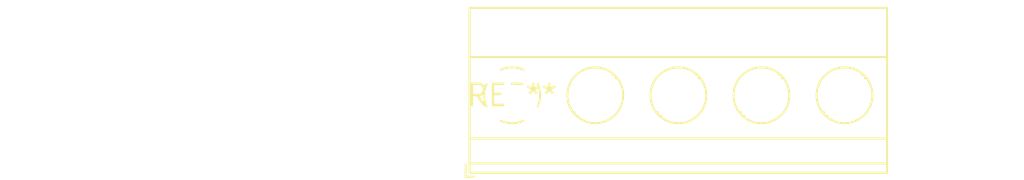
<source format=kicad_pcb>
(kicad_pcb (version 20240108) (generator pcbnew)
  (layers (0 "F.Cu" signal) (31 "B.Cu" signal) (34 "B.Paste" user) (35 "F.Paste" user) (36 "B.SilkS" user "B.Silkscreen") (37 "F.SilkS" user "F.Silkscreen") (38 "B.Mask" user) (39 "F.Mask" user) (44 "Edge.Cuts" user))
  (net 0 "")
  (footprint "TerminalBlock_Phoenix_MKDS-1,5-5_1x05_P5.00mm_Horizontal" (layer "F.Cu") (at 0 0)
    (property "Reference" "REF**")
    (property "Value" "TerminalBlock_Phoenix_MKDS-1,5-5_1x05_P5.00mm_Horizontal")
    (fp_line (start -2.8 4.16) (end -2.8 4.9) (layer "F.SilkS") (stroke (width 0.12)))
    (fp_line (start -2.8 4.9) (end -2.3 4.9) (layer "F.SilkS") (stroke (width 0.12)))
    (fp_line (start -2.56 -5.261) (end -2.56 4.66) (layer "F.SilkS") (stroke (width 0.12)))
    (fp_line (start -2.56 -5.261) (end 22.56 -5.261) (layer "F.SilkS") (stroke (width 0.12)))
    (fp_line (start -2.56 -2.301) (end 22.56 -2.301) (layer "F.SilkS") (stroke (width 0.12)))
    (fp_line (start -2.56 2.6) (end 22.56 2.6) (layer "F.SilkS") (stroke (width 0.12)))
    (fp_line (start -2.56 4.1) (end 22.56 4.1) (layer "F.SilkS") (stroke (width 0.12)))
    (fp_line (start -2.56 4.66) (end 22.56 4.66) (layer "F.SilkS") (stroke (width 0.12)))
    (fp_line (start 3.773 1.023) (end 3.726 1.069) (layer "F.SilkS") (stroke (width 0.12)))
    (fp_line (start 3.966 1.239) (end 3.931 1.274) (layer "F.SilkS") (stroke (width 0.12)))
    (fp_line (start 6.07 -1.275) (end 6.035 -1.239) (layer "F.SilkS") (stroke (width 0.12)))
    (fp_line (start 6.275 -1.069) (end 6.228 -1.023) (layer "F.SilkS") (stroke (width 0.12)))
    (fp_line (start 8.773 1.023) (end 8.726 1.069) (layer "F.SilkS") (stroke (width 0.12)))
    (fp_line (start 8.966 1.239) (end 8.931 1.274) (layer "F.SilkS") (stroke (width 0.12)))
    (fp_line (start 11.07 -1.275) (end 11.035 -1.239) (layer "F.SilkS") (stroke (width 0.12)))
    (fp_line (start 11.275 -1.069) (end 11.228 -1.023) (layer "F.SilkS") (stroke (width 0.12)))
    (fp_line (start 13.773 1.023) (end 13.726 1.069) (layer "F.SilkS") (stroke (width 0.12)))
    (fp_line (start 13.966 1.239) (end 13.931 1.274) (layer "F.SilkS") (stroke (width 0.12)))
    (fp_line (start 16.07 -1.275) (end 16.035 -1.239) (layer "F.SilkS") (stroke (width 0.12)))
    (fp_line (start 16.275 -1.069) (end 16.228 -1.023) (layer "F.SilkS") (stroke (width 0.12)))
    (fp_line (start 18.773 1.023) (end 18.726 1.069) (layer "F.SilkS") (stroke (width 0.12)))
    (fp_line (start 18.966 1.239) (end 18.931 1.274) (layer "F.SilkS") (stroke (width 0.12)))
    (fp_line (start 21.07 -1.275) (end 21.035 -1.239) (layer "F.SilkS") (stroke (width 0.12)))
    (fp_line (start 21.275 -1.069) (end 21.228 -1.023) (layer "F.SilkS") (stroke (width 0.12)))
    (fp_line (start 22.56 -5.261) (end 22.56 4.66) (layer "F.SilkS") (stroke (width 0.12)))
    (fp_arc (start -1.535427 0.683042) (mid -1.680501 -0.000524) (end -1.535 -0.684) (layer "F.SilkS") (stroke (width 0.12)))
    (fp_arc (start -0.683042 -1.535427) (mid 0.000524 -1.680501) (end 0.684 -1.535) (layer "F.SilkS") (stroke (width 0.12)))
    (fp_arc (start 0.028805 1.680253) (mid -0.335551 1.646659) (end -0.684 1.535) (layer "F.SilkS") (stroke (width 0.12)))
    (fp_arc (start 0.683318 1.534756) (mid 0.349292 1.643288) (end 0 1.68) (layer "F.SilkS") (stroke (width 0.12)))
    (fp_arc (start 1.535427 -0.683042) (mid 1.680501 0.000524) (end 1.535 0.684) (layer "F.SilkS") (stroke (width 0.12)))
    (fp_circle (center 5 0) (end 6.68 0) (layer "F.SilkS") (stroke (width 0.12)) (fill none))
    (fp_circle (center 10 0) (end 11.68 0) (layer "F.SilkS") (stroke (width 0.12)) (fill none))
    (fp_circle (center 15 0) (end 16.68 0) (layer "F.SilkS") (stroke (width 0.12)) (fill none))
    (fp_circle (center 20 0) (end 21.68 0) (layer "F.SilkS") (stroke (width 0.12)) (fill none))
    (pad "1" thru_hole rect (at 0 0) (size 2.6 2.6) (drill 1.3) (layers *.Cu *.Mask) (remove_unused_layers))
    (pad "2" thru_hole circle (at 5 0) (size 2.6 2.6) (drill 1.3) (layers *.Cu *.Mask) (remove_unused_layers))
    (pad "3" thru_hole circle (at 10 0) (size 2.6 2.6) (drill 1.3) (layers *.Cu *.Mask) (remove_unused_layers))
    (pad "4" thru_hole circle (at 15 0) (size 2.6 2.6) (drill 1.3) (layers *.Cu *.Mask) (remove_unused_layers))
    (pad "5" thru_hole circle (at 20 0) (size 2.6 2.6) (drill 1.3) (layers *.Cu *.Mask) (remove_unused_layers))
  )
)
</source>
